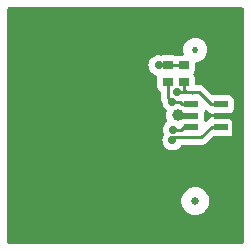
<source format=gbr>
%TF.GenerationSoftware,KiCad,Pcbnew,7.0.5*%
%TF.CreationDate,2023-06-07T18:50:11+03:00*%
%TF.ProjectId,DIRECT_I2C__1,44495245-4354-45f4-9932-435fb1312e6b,rev?*%
%TF.SameCoordinates,Original*%
%TF.FileFunction,Copper,L1,Top*%
%TF.FilePolarity,Positive*%
%FSLAX46Y46*%
G04 Gerber Fmt 4.6, Leading zero omitted, Abs format (unit mm)*
G04 Created by KiCad (PCBNEW 7.0.5) date 2023-06-07 18:50:11*
%MOMM*%
%LPD*%
G01*
G04 APERTURE LIST*
%TA.AperFunction,SMDPad,CuDef*%
%ADD10R,0.900000X0.650000*%
%TD*%
%TA.AperFunction,SMDPad,CuDef*%
%ADD11R,1.250000X0.600000*%
%TD*%
%TA.AperFunction,ComponentPad*%
%ADD12C,0.675000*%
%TD*%
%TA.AperFunction,ComponentPad*%
%ADD13C,0.525000*%
%TD*%
%TA.AperFunction,ViaPad*%
%ADD14C,1.000000*%
%TD*%
%TA.AperFunction,ViaPad*%
%ADD15C,0.700000*%
%TD*%
%TA.AperFunction,Conductor*%
%ADD16C,0.250000*%
%TD*%
%TA.AperFunction,Conductor*%
%ADD17C,0.500000*%
%TD*%
G04 APERTURE END LIST*
D10*
%TO.P,R1,1*%
%TO.N,/I2C_SCL*%
X118560000Y-85132500D03*
%TO.P,R1,2*%
%TO.N,/VCC3*%
X118560000Y-83682500D03*
%TD*%
%TO.P,R2,1*%
%TO.N,/I2C_SDA*%
X119880000Y-85145000D03*
%TO.P,R2,2*%
%TO.N,/VCC3*%
X119880000Y-83695000D03*
%TD*%
D11*
%TO.P,D1,1,AOUT*%
%TO.N,/I2C_SDA_OUT*%
X122990000Y-88900000D03*
%TO.P,D1,2,VN*%
%TO.N,GND*%
X122990000Y-87950000D03*
%TO.P,D1,3,AIN*%
%TO.N,/I2C_SDA*%
X122990000Y-87000000D03*
%TO.P,D1,4,BIN*%
%TO.N,/I2C_SCL*%
X120490000Y-87000000D03*
%TO.P,D1,5,VP*%
%TO.N,/VCC3*%
X120490000Y-87950000D03*
%TO.P,D1,6,BOUT*%
%TO.N,/I2C_SCL_OUT*%
X120490000Y-88900000D03*
%TD*%
D12*
%TO.P,H1,MH1*%
%TO.N,N/C*%
X120840000Y-95180000D03*
D13*
%TO.P,H1,MH2*%
X120840000Y-82380000D03*
%TD*%
D14*
%TO.N,/VCC3*%
X119370000Y-87920000D03*
D15*
X117735000Y-83695000D03*
D14*
%TO.N,GND*%
X123830000Y-92380000D03*
D15*
%TO.N,/I2C_SDA*%
X119319199Y-85979500D03*
%TO.N,/I2C_SCL*%
X118910000Y-86780000D03*
%TO.N,/I2C_SCL_OUT*%
X118934698Y-89145953D03*
%TO.N,/I2C_SDA_OUT*%
X118911744Y-90045162D03*
%TD*%
D16*
%TO.N,/I2C_SDA*%
X120119500Y-85979500D02*
X119880000Y-85740000D01*
X119880000Y-85740000D02*
X119880000Y-85145000D01*
X119319199Y-85979500D02*
X120119500Y-85979500D01*
%TO.N,/VCC3*%
X119240000Y-83695000D02*
X118572500Y-83695000D01*
D17*
X119410000Y-87960000D02*
X120630000Y-87960000D01*
X119370000Y-87920000D02*
X119410000Y-87960000D01*
D16*
X117735000Y-83695000D02*
X119240000Y-83695000D01*
D17*
X120630000Y-87960000D02*
X120640000Y-87970000D01*
D16*
X118572500Y-83695000D02*
X118560000Y-83682500D01*
X119880000Y-83695000D02*
X119240000Y-83695000D01*
D17*
%TO.N,GND*%
X123830000Y-92380000D02*
X123750000Y-92380000D01*
X123820000Y-87970000D02*
X124190000Y-88340000D01*
X123140000Y-87970000D02*
X123820000Y-87970000D01*
X124190000Y-88340000D02*
X124190000Y-92020000D01*
X123750000Y-92380000D02*
X123800000Y-92330000D01*
X124190000Y-92020000D02*
X123830000Y-92380000D01*
D16*
%TO.N,/I2C_SDA*%
X122170000Y-87000000D02*
X123220000Y-87000000D01*
X121149500Y-85979500D02*
X122170000Y-87000000D01*
X120550000Y-86000000D02*
X120550000Y-86000000D01*
X123220000Y-87000000D02*
X123350000Y-86870000D01*
X119319199Y-85979500D02*
X121149500Y-85979500D01*
%TO.N,/I2C_SCL*%
X119730000Y-87000000D02*
X120720000Y-87000000D01*
X118910000Y-86780000D02*
X119510000Y-86780000D01*
X120720000Y-87000000D02*
X120850000Y-86870000D01*
X118910000Y-86780000D02*
X118560000Y-86430000D01*
X118910000Y-86780000D02*
X118940000Y-86750000D01*
X118560000Y-86430000D02*
X118560000Y-85132500D01*
X119510000Y-86780000D02*
X119730000Y-87000000D01*
%TO.N,/I2C_SCL_OUT*%
X119634047Y-89145953D02*
X118934698Y-89145953D01*
X119880000Y-88900000D02*
X119634047Y-89145953D01*
X120720000Y-88900000D02*
X119880000Y-88900000D01*
X120850000Y-88770000D02*
X120720000Y-88900000D01*
%TO.N,/I2C_SDA_OUT*%
X122230000Y-88900000D02*
X123220000Y-88900000D01*
X118911744Y-90045162D02*
X118966582Y-90100000D01*
X118911744Y-90045162D02*
X119166906Y-89790000D01*
X118966582Y-90100000D02*
X119010000Y-90100000D01*
X121340000Y-89790000D02*
X122230000Y-88900000D01*
X119166906Y-89790000D02*
X121340000Y-89790000D01*
X123220000Y-88900000D02*
X123350000Y-88770000D01*
%TD*%
%TA.AperFunction,Conductor*%
%TO.N,GND*%
G36*
X124882539Y-78800185D02*
G01*
X124928294Y-78852989D01*
X124939500Y-78904500D01*
X124939500Y-98655500D01*
X124919815Y-98722539D01*
X124867011Y-98768294D01*
X124815500Y-98779500D01*
X105064500Y-98779500D01*
X104997461Y-98759815D01*
X104951706Y-98707011D01*
X104940500Y-98655500D01*
X104940500Y-95288926D01*
X119664500Y-95288926D01*
X119704530Y-95503069D01*
X119742341Y-95600670D01*
X119783226Y-95706207D01*
X119783229Y-95706213D01*
X119897906Y-95891423D01*
X119897912Y-95891432D01*
X120044678Y-96052427D01*
X120218528Y-96183712D01*
X120413541Y-96280817D01*
X120623077Y-96340435D01*
X120785653Y-96355500D01*
X120785656Y-96355500D01*
X120894344Y-96355500D01*
X120894347Y-96355500D01*
X121056923Y-96340435D01*
X121266459Y-96280817D01*
X121461472Y-96183712D01*
X121635322Y-96052427D01*
X121782088Y-95891432D01*
X121896772Y-95706210D01*
X121975470Y-95503069D01*
X122015500Y-95288926D01*
X122015500Y-95071074D01*
X121975470Y-94856931D01*
X121896772Y-94653790D01*
X121782088Y-94468568D01*
X121635322Y-94307573D01*
X121461472Y-94176288D01*
X121266462Y-94079184D01*
X121266459Y-94079183D01*
X121056923Y-94019565D01*
X121056920Y-94019564D01*
X121056918Y-94019564D01*
X120949819Y-94009640D01*
X120894347Y-94004500D01*
X120785653Y-94004500D01*
X120735845Y-94009115D01*
X120623081Y-94019564D01*
X120413537Y-94079184D01*
X120218527Y-94176288D01*
X120044676Y-94307574D01*
X119897913Y-94468566D01*
X119897906Y-94468576D01*
X119783229Y-94653786D01*
X119783226Y-94653792D01*
X119723435Y-94808130D01*
X119704530Y-94856931D01*
X119664500Y-95071074D01*
X119664500Y-95288926D01*
X104940500Y-95288926D01*
X104940500Y-83695000D01*
X116879815Y-83695000D01*
X116898503Y-83872805D01*
X116898504Y-83872807D01*
X116953747Y-84042829D01*
X116953750Y-84042835D01*
X117043141Y-84197665D01*
X117084812Y-84243946D01*
X117162764Y-84330521D01*
X117162767Y-84330523D01*
X117162770Y-84330526D01*
X117307407Y-84435612D01*
X117470733Y-84508329D01*
X117530839Y-84521105D01*
X117592318Y-84554295D01*
X117626095Y-84615458D01*
X117621443Y-84685173D01*
X117621239Y-84685724D01*
X117615910Y-84700012D01*
X117615909Y-84700015D01*
X117615909Y-84700017D01*
X117609500Y-84759627D01*
X117609500Y-84759634D01*
X117609500Y-84759635D01*
X117609500Y-85505370D01*
X117609501Y-85505376D01*
X117615908Y-85564983D01*
X117666202Y-85699828D01*
X117666206Y-85699835D01*
X117752452Y-85815044D01*
X117752455Y-85815047D01*
X117867666Y-85901295D01*
X117869928Y-85902530D01*
X117871749Y-85904351D01*
X117874769Y-85906612D01*
X117874443Y-85907046D01*
X117919332Y-85951936D01*
X117934499Y-86011361D01*
X117934499Y-86347255D01*
X117932776Y-86362872D01*
X117933061Y-86362899D01*
X117932326Y-86370666D01*
X117934469Y-86438846D01*
X117934500Y-86440793D01*
X117934500Y-86469343D01*
X117934501Y-86469360D01*
X117935368Y-86476231D01*
X117935826Y-86482050D01*
X117937290Y-86528624D01*
X117937291Y-86528627D01*
X117942880Y-86547867D01*
X117946824Y-86566911D01*
X117949336Y-86586792D01*
X117951603Y-86592517D01*
X117966490Y-86630119D01*
X117968382Y-86635647D01*
X117981381Y-86680388D01*
X117991580Y-86697634D01*
X118000136Y-86715100D01*
X118007514Y-86733732D01*
X118034905Y-86771433D01*
X118038106Y-86776306D01*
X118044191Y-86786594D01*
X118060780Y-86836754D01*
X118073503Y-86957804D01*
X118073504Y-86957807D01*
X118128747Y-87127829D01*
X118128750Y-87127835D01*
X118218141Y-87282665D01*
X118259812Y-87328946D01*
X118337764Y-87415521D01*
X118337767Y-87415523D01*
X118337770Y-87415526D01*
X118380885Y-87446851D01*
X118423549Y-87502180D01*
X118429528Y-87571794D01*
X118426662Y-87583151D01*
X118424183Y-87591325D01*
X118383975Y-87723870D01*
X118364659Y-87920000D01*
X118383975Y-88116129D01*
X118383976Y-88116132D01*
X118439108Y-88297878D01*
X118441188Y-88304732D01*
X118447436Y-88316421D01*
X118461678Y-88384823D01*
X118436678Y-88450067D01*
X118410965Y-88475191D01*
X118362467Y-88510427D01*
X118362462Y-88510431D01*
X118242838Y-88643289D01*
X118153448Y-88798117D01*
X118153445Y-88798123D01*
X118098202Y-88968145D01*
X118098201Y-88968147D01*
X118079513Y-89145953D01*
X118098201Y-89323758D01*
X118098202Y-89323760D01*
X118153445Y-89493782D01*
X118153447Y-89493785D01*
X118153448Y-89493788D01*
X118164932Y-89513679D01*
X118181404Y-89581578D01*
X118164932Y-89637675D01*
X118130494Y-89697324D01*
X118075248Y-89867354D01*
X118075247Y-89867356D01*
X118056559Y-90045161D01*
X118075247Y-90222967D01*
X118075248Y-90222969D01*
X118130491Y-90392991D01*
X118130494Y-90392997D01*
X118219885Y-90547827D01*
X118261556Y-90594108D01*
X118339508Y-90680683D01*
X118339511Y-90680685D01*
X118339514Y-90680688D01*
X118484151Y-90785774D01*
X118647477Y-90858491D01*
X118822353Y-90895662D01*
X118822354Y-90895662D01*
X119001133Y-90895662D01*
X119001135Y-90895662D01*
X119176011Y-90858491D01*
X119339337Y-90785774D01*
X119483974Y-90680688D01*
X119603603Y-90547827D01*
X119644206Y-90477499D01*
X119694772Y-90429285D01*
X119751593Y-90415500D01*
X121257257Y-90415500D01*
X121272877Y-90417224D01*
X121272904Y-90416939D01*
X121280666Y-90417673D01*
X121280666Y-90417672D01*
X121280667Y-90417673D01*
X121283999Y-90417568D01*
X121348847Y-90415531D01*
X121350794Y-90415500D01*
X121379347Y-90415500D01*
X121379350Y-90415500D01*
X121386228Y-90414630D01*
X121392041Y-90414172D01*
X121438627Y-90412709D01*
X121457869Y-90407117D01*
X121476912Y-90403174D01*
X121496792Y-90400664D01*
X121540122Y-90383507D01*
X121545646Y-90381617D01*
X121549396Y-90380527D01*
X121590390Y-90368618D01*
X121607629Y-90358422D01*
X121625103Y-90349862D01*
X121643727Y-90342488D01*
X121643727Y-90342487D01*
X121643732Y-90342486D01*
X121681449Y-90315082D01*
X121686305Y-90311892D01*
X121726420Y-90288170D01*
X121740589Y-90273999D01*
X121755379Y-90261368D01*
X121771587Y-90249594D01*
X121801299Y-90213676D01*
X121805212Y-90209376D01*
X122277774Y-89736815D01*
X122339093Y-89703333D01*
X122365442Y-89700499D01*
X123662872Y-89700499D01*
X123722483Y-89694091D01*
X123857331Y-89643796D01*
X123972546Y-89557546D01*
X124058796Y-89442331D01*
X124109091Y-89307483D01*
X124115500Y-89247873D01*
X124115499Y-88552128D01*
X124109091Y-88492517D01*
X124095429Y-88455888D01*
X124058797Y-88357671D01*
X124058793Y-88357664D01*
X123972547Y-88242455D01*
X123972544Y-88242452D01*
X123857335Y-88156206D01*
X123857328Y-88156202D01*
X123722482Y-88105908D01*
X123722483Y-88105908D01*
X123662883Y-88099501D01*
X123662881Y-88099500D01*
X123662873Y-88099500D01*
X123662864Y-88099500D01*
X122317129Y-88099500D01*
X122317123Y-88099501D01*
X122257516Y-88105908D01*
X122122671Y-88156202D01*
X122122664Y-88156206D01*
X122007457Y-88242451D01*
X122007450Y-88242457D01*
X121943057Y-88328475D01*
X121916677Y-88354480D01*
X121888572Y-88374901D01*
X121883688Y-88378109D01*
X121843579Y-88401829D01*
X121829414Y-88415995D01*
X121814620Y-88428630D01*
X121809420Y-88432408D01*
X121743614Y-88455888D01*
X121675560Y-88440062D01*
X121626865Y-88389956D01*
X121612990Y-88321478D01*
X121613246Y-88318833D01*
X121613506Y-88316421D01*
X121615500Y-88297873D01*
X121615499Y-87618623D01*
X121635183Y-87551585D01*
X121687987Y-87505830D01*
X121757146Y-87495886D01*
X121799234Y-87509961D01*
X121816970Y-87519711D01*
X121833233Y-87530393D01*
X121849064Y-87542673D01*
X121891847Y-87561187D01*
X121897061Y-87563741D01*
X121932391Y-87583164D01*
X121941853Y-87588366D01*
X121981379Y-87622715D01*
X122007455Y-87657547D01*
X122122664Y-87743793D01*
X122122671Y-87743797D01*
X122257517Y-87794091D01*
X122257516Y-87794091D01*
X122264444Y-87794835D01*
X122317127Y-87800500D01*
X123662872Y-87800499D01*
X123722483Y-87794091D01*
X123857331Y-87743796D01*
X123972546Y-87657546D01*
X124058796Y-87542331D01*
X124109091Y-87407483D01*
X124115500Y-87347873D01*
X124115499Y-86652128D01*
X124109091Y-86592517D01*
X124106955Y-86586791D01*
X124058797Y-86457671D01*
X124058793Y-86457664D01*
X123972547Y-86342455D01*
X123972544Y-86342452D01*
X123857335Y-86256206D01*
X123857328Y-86256202D01*
X123722482Y-86205908D01*
X123722483Y-86205908D01*
X123662883Y-86199501D01*
X123662881Y-86199500D01*
X123662873Y-86199500D01*
X123662864Y-86199500D01*
X122317130Y-86199500D01*
X122313806Y-86199679D01*
X122313733Y-86198315D01*
X122250348Y-86186828D01*
X122218259Y-86163669D01*
X121650303Y-85595712D01*
X121640480Y-85583450D01*
X121640259Y-85583634D01*
X121635286Y-85577622D01*
X121585566Y-85530932D01*
X121584166Y-85529575D01*
X121563976Y-85509384D01*
X121558486Y-85505125D01*
X121554061Y-85501347D01*
X121520082Y-85469438D01*
X121520080Y-85469436D01*
X121520077Y-85469435D01*
X121502529Y-85459788D01*
X121486263Y-85449104D01*
X121470433Y-85436825D01*
X121427668Y-85418318D01*
X121422422Y-85415748D01*
X121381593Y-85393303D01*
X121381592Y-85393302D01*
X121362193Y-85388322D01*
X121343781Y-85382018D01*
X121325398Y-85374062D01*
X121325392Y-85374060D01*
X121279374Y-85366772D01*
X121273652Y-85365587D01*
X121228521Y-85354000D01*
X121228519Y-85354000D01*
X121208484Y-85354000D01*
X121189086Y-85352473D01*
X121181662Y-85351297D01*
X121169305Y-85349340D01*
X121169304Y-85349340D01*
X121122916Y-85353725D01*
X121117078Y-85354000D01*
X120954500Y-85354000D01*
X120887461Y-85334315D01*
X120841706Y-85281511D01*
X120830500Y-85230000D01*
X120830499Y-84772129D01*
X120830498Y-84772123D01*
X120824091Y-84712516D01*
X120773797Y-84577671D01*
X120773796Y-84577669D01*
X120711394Y-84494311D01*
X120686977Y-84428847D01*
X120701828Y-84360574D01*
X120711394Y-84345689D01*
X120722749Y-84330521D01*
X120773796Y-84262331D01*
X120824091Y-84127483D01*
X120830500Y-84067873D01*
X120830499Y-83523783D01*
X120850183Y-83456745D01*
X120902987Y-83410990D01*
X120942341Y-83400382D01*
X121041033Y-83390662D01*
X121234341Y-83332023D01*
X121412494Y-83236798D01*
X121568647Y-83108647D01*
X121696798Y-82952494D01*
X121757738Y-82838484D01*
X121792021Y-82774345D01*
X121792021Y-82774344D01*
X121792023Y-82774341D01*
X121850662Y-82581033D01*
X121870462Y-82380000D01*
X121850662Y-82178967D01*
X121792023Y-81985659D01*
X121792021Y-81985656D01*
X121792021Y-81985654D01*
X121696801Y-81807511D01*
X121696799Y-81807509D01*
X121696798Y-81807506D01*
X121657824Y-81760016D01*
X121568647Y-81651352D01*
X121412495Y-81523203D01*
X121412488Y-81523198D01*
X121234345Y-81427978D01*
X121041031Y-81369337D01*
X120930900Y-81358490D01*
X120890380Y-81354500D01*
X120789620Y-81354500D01*
X120752433Y-81358162D01*
X120638968Y-81369337D01*
X120445654Y-81427978D01*
X120267511Y-81523198D01*
X120267504Y-81523203D01*
X120111352Y-81651352D01*
X119983203Y-81807504D01*
X119983198Y-81807511D01*
X119887978Y-81985654D01*
X119829337Y-82178968D01*
X119809538Y-82379999D01*
X119829337Y-82581031D01*
X119829338Y-82581033D01*
X119868310Y-82709507D01*
X119868933Y-82779371D01*
X119831685Y-82838484D01*
X119768391Y-82868075D01*
X119749649Y-82869500D01*
X119382130Y-82869500D01*
X119382123Y-82869501D01*
X119322516Y-82875908D01*
X119280087Y-82891733D01*
X119210395Y-82896715D01*
X119193425Y-82891732D01*
X119117485Y-82863409D01*
X119117483Y-82863408D01*
X119057883Y-82857001D01*
X119057881Y-82857000D01*
X119057873Y-82857000D01*
X119057864Y-82857000D01*
X118062129Y-82857000D01*
X118062125Y-82857001D01*
X118002515Y-82863409D01*
X117994972Y-82865192D01*
X117994587Y-82863565D01*
X117934849Y-82867978D01*
X117824391Y-82844500D01*
X117645609Y-82844500D01*
X117614954Y-82851015D01*
X117470733Y-82881670D01*
X117470728Y-82881672D01*
X117307408Y-82954387D01*
X117162768Y-83059475D01*
X117043140Y-83192336D01*
X116953750Y-83347164D01*
X116953747Y-83347170D01*
X116898504Y-83517192D01*
X116898503Y-83517194D01*
X116879815Y-83695000D01*
X104940500Y-83695000D01*
X104940500Y-78904500D01*
X104960185Y-78837461D01*
X105012989Y-78791706D01*
X105064500Y-78780500D01*
X124815500Y-78780500D01*
X124882539Y-78800185D01*
G37*
%TD.AperFunction*%
%TD*%
M02*

</source>
